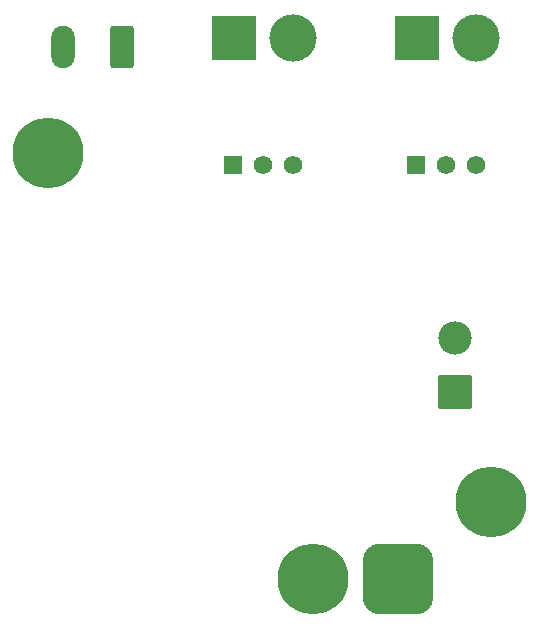
<source format=gbs>
%TF.GenerationSoftware,KiCad,Pcbnew,8.0.2*%
%TF.CreationDate,2024-10-02T19:35:02-04:00*%
%TF.ProjectId,FewawiPowerBoard,46657761-7769-4506-9f77-6572426f6172,rev?*%
%TF.SameCoordinates,Original*%
%TF.FileFunction,Soldermask,Bot*%
%TF.FilePolarity,Negative*%
%FSLAX46Y46*%
G04 Gerber Fmt 4.6, Leading zero omitted, Abs format (unit mm)*
G04 Created by KiCad (PCBNEW 8.0.2) date 2024-10-02 19:35:02*
%MOMM*%
%LPD*%
G01*
G04 APERTURE LIST*
G04 Aperture macros list*
%AMRoundRect*
0 Rectangle with rounded corners*
0 $1 Rounding radius*
0 $2 $3 $4 $5 $6 $7 $8 $9 X,Y pos of 4 corners*
0 Add a 4 corners polygon primitive as box body*
4,1,4,$2,$3,$4,$5,$6,$7,$8,$9,$2,$3,0*
0 Add four circle primitives for the rounded corners*
1,1,$1+$1,$2,$3*
1,1,$1+$1,$4,$5*
1,1,$1+$1,$6,$7*
1,1,$1+$1,$8,$9*
0 Add four rect primitives between the rounded corners*
20,1,$1+$1,$2,$3,$4,$5,0*
20,1,$1+$1,$4,$5,$6,$7,0*
20,1,$1+$1,$6,$7,$8,$9,0*
20,1,$1+$1,$8,$9,$2,$3,0*%
G04 Aperture macros list end*
%ADD10C,6.000000*%
%ADD11R,3.800000X3.800000*%
%ADD12C,4.000000*%
%ADD13RoundRect,0.102000X-0.679000X-0.679000X0.679000X-0.679000X0.679000X0.679000X-0.679000X0.679000X0*%
%ADD14C,1.562000*%
%ADD15RoundRect,1.500000X1.500000X1.500000X-1.500000X1.500000X-1.500000X-1.500000X1.500000X-1.500000X0*%
%ADD16RoundRect,0.102000X1.312500X-1.312500X1.312500X1.312500X-1.312500X1.312500X-1.312500X-1.312500X0*%
%ADD17C,2.829000*%
%ADD18RoundRect,0.250000X0.750000X1.550000X-0.750000X1.550000X-0.750000X-1.550000X0.750000X-1.550000X0*%
%ADD19O,2.000000X3.600000*%
G04 APERTURE END LIST*
D10*
%TO.C,REF\u002A\u002A*%
X123250000Y-85250000D03*
%TD*%
D11*
%TO.C,J4*%
X117000000Y-46000000D03*
D12*
X122000000Y-46000000D03*
%TD*%
D10*
%TO.C,REF\u002A\u002A*%
X85750000Y-55750000D03*
%TD*%
D11*
%TO.C,J3*%
X101500000Y-46000000D03*
D12*
X106500000Y-46000000D03*
%TD*%
D13*
%TO.C,U1*%
X116920000Y-56750000D03*
D14*
X119460000Y-56750000D03*
X122000000Y-56750000D03*
%TD*%
D15*
%TO.C,J1*%
X115350000Y-91750000D03*
D10*
X108150000Y-91750000D03*
%TD*%
D13*
%TO.C,PS1*%
X101420000Y-56750000D03*
D14*
X103960000Y-56750000D03*
X106500000Y-56750000D03*
%TD*%
D16*
%TO.C,SW1*%
X120160000Y-75982500D03*
D17*
X120160000Y-71382500D03*
%TD*%
D18*
%TO.C,J2*%
X92000000Y-46777500D03*
D19*
X87000000Y-46777500D03*
%TD*%
M02*

</source>
